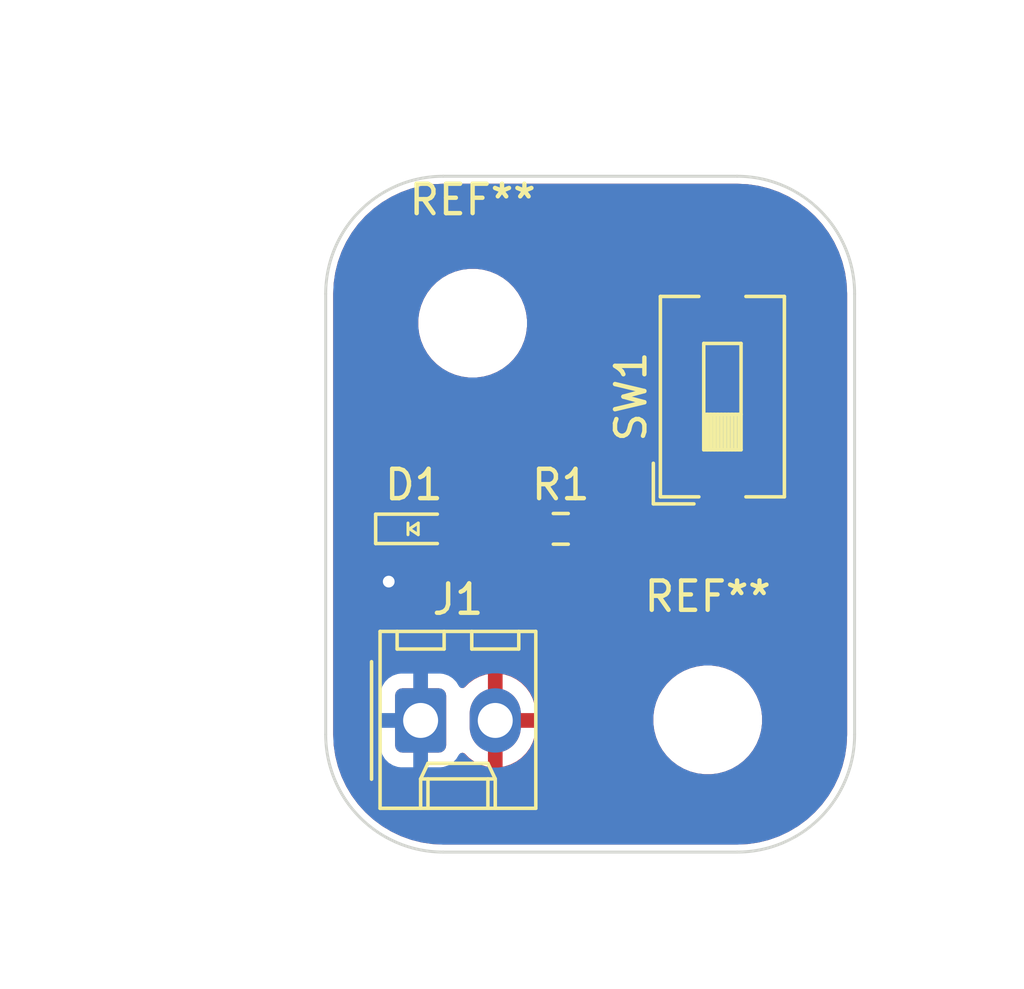
<source format=kicad_pcb>
(kicad_pcb (version 20240108) (generator "pcbnew") (generator_version "8.0")
  (title_block (title "LED Project") (date "2022-08-16") (rev "1.0") (company "Illini Solar Car") (comment 1 "Designed By: Dylan Masulis"))
  (layers (0 "F.Cu" signal) (31 "B.Cu" signal) (34 "B.Paste" user) (35 "F.Paste" user) (36 "B.SilkS" user "B.Silkscreen") (37 "F.SilkS" user "F.Silkscreen") (38 "B.Mask" user) (39 "F.Mask" user) (44 "Edge.Cuts" user))
  (net 0 "")
  (net 1 "Net-(D1-A)")
  (net 2 "GND")
  (net 3 "+3V3")
  (net 4 "Net-(R1-Pad1)")
  (footprint "Connector_Molex:Molex_KK-254_AE-6410-02A_1x02_P2.54mm_Vertical" (layer "F.Cu") (at 118.23 107.52)
    (property "Reference" "J1" (at 1.27 -4.12 0) (layer "F.SilkS"))
    (property "Value" "Conn_01x02")
    (fp_line (start -1.67 -2) (end -1.67 2) (stroke (width 0.12)) (layer "F.SilkS"))
    (fp_line (start -1.38 -3.03) (end -1.38 2.99) (stroke (width 0.12)) (layer "F.SilkS"))
    (fp_line (start -1.38 2.99) (end 3.92 2.99) (stroke (width 0.12)) (layer "F.SilkS"))
    (fp_line (start -0.8 -3.03) (end -0.8 -2.43) (stroke (width 0.12)) (layer "F.SilkS"))
    (fp_line (start -0.8 -2.43) (end 0.8 -2.43) (stroke (width 0.12)) (layer "F.SilkS"))
    (fp_line (start 0 1.99) (end 0.25 1.46) (stroke (width 0.12)) (layer "F.SilkS"))
    (fp_line (start 0 1.99) (end 2.54 1.99) (stroke (width 0.12)) (layer "F.SilkS"))
    (fp_line (start 0 2.99) (end 0 1.99) (stroke (width 0.12)) (layer "F.SilkS"))
    (fp_line (start 0.25 1.46) (end 2.29 1.46) (stroke (width 0.12)) (layer "F.SilkS"))
    (fp_line (start 0.25 2.99) (end 0.25 1.99) (stroke (width 0.12)) (layer "F.SilkS"))
    (fp_line (start 0.8 -2.43) (end 0.8 -3.03) (stroke (width 0.12)) (layer "F.SilkS"))
    (fp_line (start 1.74 -3.03) (end 1.74 -2.43) (stroke (width 0.12)) (layer "F.SilkS"))
    (fp_line (start 1.74 -2.43) (end 3.34 -2.43) (stroke (width 0.12)) (layer "F.SilkS"))
    (fp_line (start 2.29 1.46) (end 2.54 1.99) (stroke (width 0.12)) (layer "F.SilkS"))
    (fp_line (start 2.29 2.99) (end 2.29 1.99) (stroke (width 0.12)) (layer "F.SilkS"))
    (fp_line (start 2.54 1.99) (end 2.54 2.99) (stroke (width 0.12)) (layer "F.SilkS"))
    (fp_line (start 3.34 -2.43) (end 3.34 -3.03) (stroke (width 0.12)) (layer "F.SilkS"))
    (fp_line (start 3.92 -3.03) (end -1.38 -3.03) (stroke (width 0.12)) (layer "F.SilkS"))
    (fp_line (start 3.92 2.99) (end 3.92 -3.03) (stroke (width 0.12)) (layer "F.SilkS"))
    (pad "1" thru_hole roundrect (at 0 0) (size 1.74 2.19) (drill 1.19) (layers "*.Cu" "*.Mask") (roundrect_rratio 0.143678) (net 2 "GND"))
    (pad "2" thru_hole oval (at 2.54 0) (size 1.74 2.19) (drill 1.19) (layers "*.Cu" "*.Mask") (net 3 "+3V3"))
  )
  (footprint "Resistor_SMD:R_0603_1608Metric_Pad0.98x0.95mm_HandSolder" (layer "F.Cu") (at 123 101 180)
    (property "Reference" "R1" (at 0 1.5 360) (layer "F.SilkS"))
    (property "Value" "105")
    (fp_line (start -0.254724 0.5225) (end 0.254724 0.5225) (stroke (width 0.12)) (layer "F.SilkS"))
    (fp_line (start -0.254724 -0.5225) (end 0.254724 -0.5225) (stroke (width 0.12)) (layer "F.SilkS"))
    (pad "1" smd roundrect (at -0.9125 0 180) (size 0.975 0.95) (layers "F.Cu" "F.Paste" "F.Mask") (net 4 "Net-(R1-Pad1)"))
    (pad "2" smd roundrect (at 0.9125 0 180) (size 0.975 0.95) (layers "F.Cu" "F.Paste" "F.Mask") (net 1 "Net-(D1-A)"))
  )
  (footprint "MountingHole:MountingHole_3.2mm_M3" (layer "F.Cu") (at 128 107.5)
    (property "Reference" "REF**" (at 0 -4.2 0) (layer "F.SilkS"))
    (property "Value" "MountingHole_3.2mm_M3")
    (pad "" np_thru_hole circle (at 0 0) (size 3.2 3.2) (drill 3.2) (layers "*.Cu" "*.Mask"))
  )
  (footprint "MountingHole:MountingHole_3.2mm_M3" (layer "F.Cu") (at 120 94)
    (property "Reference" "REF**" (at 0 -4.2 0) (layer "F.SilkS"))
    (property "Value" "MountingHole_3.2mm_M3")
    (pad "" np_thru_hole circle (at 0 0) (size 3.2 3.2) (drill 3.2) (layers "*.Cu" "*.Mask"))
  )
  (footprint "layout:LED_0603_Symbol_on_F.SilkS" (layer "F.Cu") (at 118 101)
    (property "Reference" "D1" (at 0 -1.5 0) (layer "F.SilkS"))
    (property "Value" "LED_RED")
    (fp_line (start -1.3 -0.5) (end -1.3 0.5) (stroke (width 0.12)) (layer "F.SilkS"))
    (fp_line (start -1.3 -0.5) (end 0.8 -0.5) (stroke (width 0.12)) (layer "F.SilkS"))
    (fp_line (start -1.3 0.5) (end 0.8 0.5) (stroke (width 0.12)) (layer "F.SilkS"))
    (fp_line (start -0.2 -0.2) (end -0.2 0.2) (stroke (width 0.1)) (layer "F.SilkS"))
    (fp_line (start -0.15 0) (end 0.15 -0.2) (stroke (width 0.1)) (layer "F.SilkS"))
    (fp_line (start 0.15 -0.2) (end 0.15 0.2) (stroke (width 0.1)) (layer "F.SilkS"))
    (fp_line (start 0.15 0.2) (end -0.15 0) (stroke (width 0.1)) (layer "F.SilkS"))
    (pad "1" smd rect (at -0.8 0 180) (size 0.8 0.8) (layers "F.Cu" "F.Paste" "F.Mask") (net 2 "GND"))
    (pad "2" smd rect (at 0.8 0 180) (size 0.8 0.8) (layers "F.Cu" "F.Paste" "F.Mask") (net 1 "Net-(D1-A)"))
  )
  (footprint "Button_Switch_SMD:SW_DIP_SPSTx01_Slide_6.7x4.1mm_W8.61mm_P2.54mm_LowProfile" (layer "F.Cu") (at 128.5 96.5 90)
    (property "Reference" "SW1" (at 0 -3.11 90) (layer "F.SilkS"))
    (property "Value" "SW_Push")
    (fp_line (start -3.65 -2.35) (end -2.267 -2.35) (stroke (width 0.12)) (layer "F.SilkS"))
    (fp_line (start -3.65 -2.35) (end -3.65 -0.967) (stroke (width 0.12)) (layer "F.SilkS"))
    (fp_line (start 3.41 -2.11) (end 3.41 -0.8) (stroke (width 0.12)) (layer "F.SilkS"))
    (fp_line (start -3.41 -2.11) (end 3.41 -2.11) (stroke (width 0.12)) (layer "F.SilkS"))
    (fp_line (start -3.41 -2.11) (end -3.41 -0.8) (stroke (width 0.12)) (layer "F.SilkS"))
    (fp_line (start 1.81 -0.635) (end -1.81 -0.635) (stroke (width 0.12)) (layer "F.SilkS"))
    (fp_line (start -0.603333 -0.635) (end -0.603333 0.635) (stroke (width 0.12)) (layer "F.SilkS"))
    (fp_line (start -1.81 -0.635) (end -1.81 0.635) (stroke (width 0.12)) (layer "F.SilkS"))
    (fp_line (start -1.81 -0.515) (end -0.603333 -0.515) (stroke (width 0.12)) (layer "F.SilkS"))
    (fp_line (start -1.81 -0.395) (end -0.603333 -0.395) (stroke (width 0.12)) (layer "F.SilkS"))
    (fp_line (start -1.81 -0.275) (end -0.603333 -0.275) (stroke (width 0.12)) (layer "F.SilkS"))
    (fp_line (start -1.81 -0.155) (end -0.603333 -0.155) (stroke (width 0.12)) (layer "F.SilkS"))
    (fp_line (start -1.81 -0.035) (end -0.603333 -0.035) (stroke (width 0.12)) (layer "F.SilkS"))
    (fp_line (start -1.81 0.085) (end -0.603333 0.085) (stroke (width 0.12)) (layer "F.SilkS"))
    (fp_line (start -1.81 0.205) (end -0.603333 0.205) (stroke (width 0.12)) (layer "F.SilkS"))
    (fp_line (start -1.81 0.325) (end -0.603333 0.325) (stroke (width 0.12)) (layer "F.SilkS"))
    (fp_line (start -1.81 0.445) (end -0.603333 0.445) (stroke (width 0.12)) (layer "F.SilkS"))
    (fp_line (start -1.81 0.565) (end -0.603333 0.565) (stroke (width 0.12)) (layer "F.SilkS"))
    (fp_line (start 1.81 0.635) (end 1.81 -0.635) (stroke (width 0.12)) (layer "F.SilkS"))
    (fp_line (start -1.81 0.635) (end 1.81 0.635) (stroke (width 0.12)) (layer "F.SilkS"))
    (fp_line (start 3.41 0.8) (end 3.41 2.11) (stroke (width 0.12)) (layer "F.SilkS"))
    (fp_line (start -3.41 0.8) (end -3.41 2.11) (stroke (width 0.12)) (layer "F.SilkS"))
    (fp_line (start -3.41 2.11) (end 3.41 2.11) (stroke (width 0.12)) (layer "F.SilkS"))
    (pad "1" smd rect (at -4.305 0 90) (size 2.44 1.12) (layers "F.Cu" "F.Paste" "F.Mask") (net 3 "+3V3"))
    (pad "2" smd rect (at 4.305 0 90) (size 2.44 1.12) (layers "F.Cu" "F.Paste" "F.Mask") (net 4 "Net-(R1-Pad1)"))
  )
  (gr_line (start 129 89) (end 119 89) (stroke (width 0.1)) (layer "Edge.Cuts"))
  (gr_arc (start 129 89) (mid 131.828427 90.171573) (end 133 93) (stroke (width 0.1)) (layer "Edge.Cuts"))
  (gr_line (start 119 112) (end 129 112) (stroke (width 0.1)) (layer "Edge.Cuts"))
  (gr_line (start 133 108) (end 133 93) (stroke (width 0.1)) (layer "Edge.Cuts"))
  (gr_arc (start 119 112) (mid 116.171573 110.828427) (end 115 108) (stroke (width 0.1)) (layer "Edge.Cuts"))
  (gr_arc (start 133 108) (mid 131.828427 110.828427) (end 129 112) (stroke (width 0.1)) (layer "Edge.Cuts"))
  (gr_arc (start 115 93) (mid 116.171573 90.171573) (end 119 89) (stroke (width 0.1)) (layer "Edge.Cuts"))
  (gr_line (start 115 93) (end 115 108) (stroke (width 0.1)) (layer "Edge.Cuts"))
  (segment (start 122.0875 101) (end 118.8 101) (width 0.25) (layer "F.Cu") (net 1))
  (segment (start 117.2 102.74) (end 117.145 102.795) (width 0.25) (layer "F.Cu") (net 2))
  (segment (start 117.145 102.795) (end 117.13 102.81) (width 0.25) (layer "F.Cu") (net 2))
  (segment (start 117.2 101) (end 117.2 102.74) (width 0.25) (layer "F.Cu") (net 2))
  (via (at 117.145 102.795) (size 1) (drill 0.4) (layers "F.Cu" "B.Cu") (net 2))
  (segment (start 128.5 92.195) (end 126.715 92.195) (width 0.25) (layer "F.Cu") (net 4))
  (segment (start 126.715 92.195) (end 123.9125 94.9975) (width 0.25) (layer "F.Cu") (net 4))
  (segment (start 123.9125 94.9975) (end 123.9125 101) (width 0.25) (layer "F.Cu") (net 4))
  (zone (net 3) (net_name "+3V3") (layer "F.Cu") (connect_pads (clearance 0.508)) (min_thickness 0.25) (fill yes (thermal_gap 0.5) (thermal_bridge_width 0.5))
    (polygon (pts (xy 115 89) (xy 115 112) (xy 133 112) (xy 133 89)))
  )
  (zone (net 2) (net_name "GND") (layer "B.Cu") (priority 1) (connect_pads (clearance 0.508)) (min_thickness 0.25) (fill yes (thermal_gap 0.5) (thermal_bridge_width 0.5))
    (polygon (pts (xy 133 89) (xy 115 89) (xy 115 112) (xy 133 112)))
  )
)
</source>
